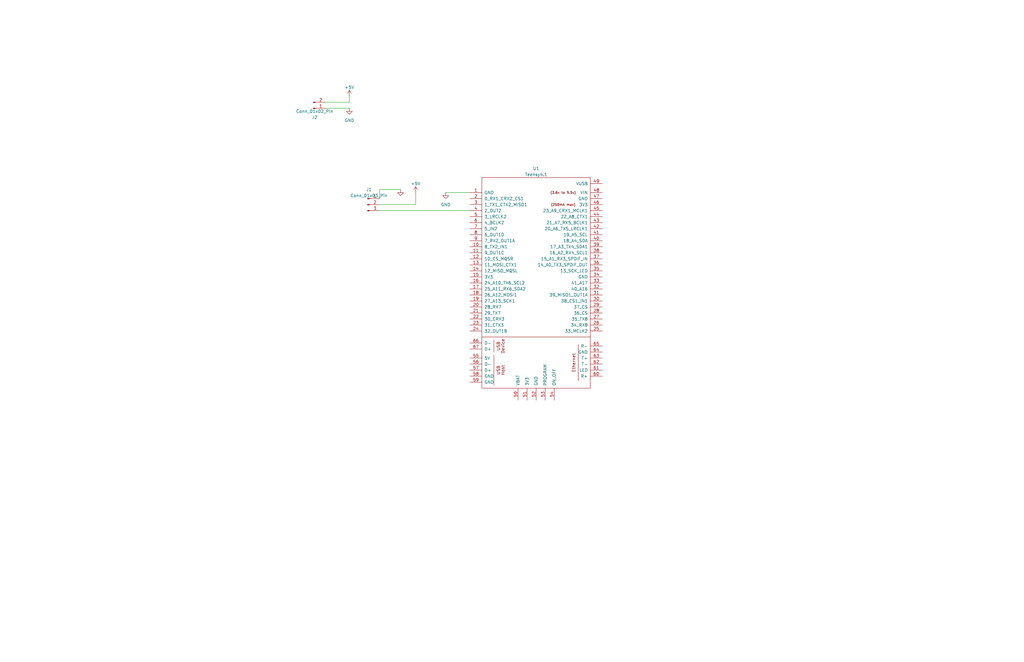
<source format=kicad_sch>
(kicad_sch (version 20230121) (generator eeschema)
  (paper "B")
  (lib_symbols
    (symbol "Connector:Conn_01x02_Pin" (pin_names (offset 1.016) hide)
      (property "Reference" "J" (at 0 2.54 0))
      (property "Value" "Conn_01x02_Pin" (at 0 -5.08 0))
      (symbol "Conn_01x02_Pin_1_1"
        (polyline (pts (xy 1.27 -2.54) (xy 0.8636 -2.54)) (stroke (width 0.1524)))
        (polyline (pts (xy 1.27 0) (xy 0.8636 0)) (stroke (width 0.1524)))
        (rectangle (start 0.8636 -2.413) (end 0 -2.667) (stroke (width 0.1524)) (fill (type outline)))
        (rectangle (start 0.8636 0.127) (end 0 -0.127) (stroke (width 0.1524)) (fill (type outline)))
        (pin passive line (at 5.08 0 180) (length 3.81) (name "Pin_1") (number "1"))
        (pin passive line (at 5.08 -2.54 180) (length 3.81) (name "Pin_2") (number "2"))
      )
    )
    (symbol "Connector:Conn_01x03_Pin" (pin_names (offset 1.016) hide)
      (property "Reference" "J" (at 0 5.08 0))
      (property "Value" "Conn_01x03_Pin" (at 0 -5.08 0))
      (symbol "Conn_01x03_Pin_1_1"
        (polyline (pts (xy 1.27 -2.54) (xy 0.8636 -2.54)) (stroke (width 0.1524)))
        (polyline (pts (xy 1.27 0) (xy 0.8636 0)) (stroke (width 0.1524)))
        (polyline (pts (xy 1.27 2.54) (xy 0.8636 2.54)) (stroke (width 0.1524)))
        (rectangle (start 0.8636 -2.413) (end 0 -2.667) (stroke (width 0.1524)) (fill (type outline)))
        (rectangle (start 0.8636 0.127) (end 0 -0.127) (stroke (width 0.1524)) (fill (type outline)))
        (rectangle (start 0.8636 2.667) (end 0 2.413) (stroke (width 0.1524)) (fill (type outline)))
        (pin passive line (at 5.08 2.54 180) (length 3.81) (name "Pin_1") (number "1"))
        (pin passive line (at 5.08 0 180) (length 3.81) (name "Pin_2") (number "2"))
        (pin passive line (at 5.08 -2.54 180) (length 3.81) (name "Pin_3") (number "3"))
      )
    )
    (symbol "Personal:Teensy4.1" (pin_names (offset 1.016))
      (property "Reference" "U" (at 0 64.77 0))
      (property "Value" "Teensy4.1" (at 0 62.23 0))
      (symbol "Teensy4.1_0_0"
        (polyline (pts (xy -22.86 -6.35) (xy 22.86 -6.35)))
        (polyline (pts (xy -17.78 -26.67) (xy -17.78 -13.97)))
        (polyline (pts (xy -17.78 -7.62) (xy -17.78 -12.7)))
        (polyline (pts (xy 17.78 -9.525) (xy 17.78 -24.765)))
        (text "(250mA max)" (at 11.43 49.53 0) (effects (font (size 1.016 1.016))))
        (text "(3.6v to 5.5v)" (at 11.43 54.61 0) (effects (font (size 1.016 1.016))))
        (text "Device" (at -13.97 -10.16 900) (effects (font (size 1.27 1.27))))
        (text "Ethernet" (at 15.875 -17.145 900) (effects (font (size 1.27 1.27))))
        (text "Host" (at -13.97 -20.32 900) (effects (font (size 1.27 1.27))))
        (text "USB" (at -15.875 -20.32 900) (effects (font (size 1.27 1.27))))
        (text "USB" (at -15.875 -10.16 900) (effects (font (size 1.27 1.27))))
        (pin bidirectional line (at -27.94 31.75 0) (length 5.08) (name "8_TX2_IN1") (number "10"))
        (pin bidirectional line (at -27.94 29.21 0) (length 5.08) (name "9_OUT1C") (number "11"))
        (pin bidirectional line (at -27.94 26.67 0) (length 5.08) (name "10_CS_MQSR") (number "12"))
        (pin bidirectional line (at -27.94 24.13 0) (length 5.08) (name "11_MOSI_CTX1") (number "13"))
        (pin bidirectional line (at -27.94 21.59 0) (length 5.08) (name "12_MISO_MQSL") (number "14"))
        (pin power_in line (at -27.94 19.05 0) (length 5.08) (name "3V3") (number "15"))
        (pin bidirectional line (at -27.94 16.51 0) (length 5.08) (name "24_A10_TX6_SCL2") (number "16"))
        (pin bidirectional line (at -27.94 13.97 0) (length 5.08) (name "25_A11_RX6_SDA2") (number "17"))
        (pin bidirectional line (at -27.94 11.43 0) (length 5.08) (name "26_A12_MOSI1") (number "18"))
        (pin bidirectional line (at -27.94 8.89 0) (length 5.08) (name "27_A13_SCK1") (number "19"))
        (pin bidirectional line (at -27.94 6.35 0) (length 5.08) (name "28_RX7") (number "20"))
        (pin bidirectional line (at -27.94 3.81 0) (length 5.08) (name "29_TX7") (number "21"))
        (pin bidirectional line (at -27.94 1.27 0) (length 5.08) (name "30_CRX3") (number "22"))
        (pin bidirectional line (at -27.94 -1.27 0) (length 5.08) (name "31_CTX3") (number "23"))
        (pin bidirectional line (at -27.94 -3.81 0) (length 5.08) (name "32_OUT1B") (number "24"))
        (pin bidirectional line (at 27.94 -3.81 180) (length 5.08) (name "33_MCLK2") (number "25"))
        (pin bidirectional line (at 27.94 -1.27 180) (length 5.08) (name "34_RX8") (number "26"))
        (pin bidirectional line (at 27.94 1.27 180) (length 5.08) (name "35_TX8") (number "27"))
        (pin bidirectional line (at 27.94 3.81 180) (length 5.08) (name "36_CS") (number "28"))
        (pin bidirectional line (at 27.94 6.35 180) (length 5.08) (name "37_CS") (number "29"))
        (pin bidirectional line (at 27.94 8.89 180) (length 5.08) (name "38_CS1_IN1") (number "30"))
        (pin bidirectional line (at 27.94 11.43 180) (length 5.08) (name "39_MISO1_OUT1A") (number "31"))
        (pin bidirectional line (at 27.94 13.97 180) (length 5.08) (name "40_A16") (number "32"))
        (pin bidirectional line (at 27.94 16.51 180) (length 5.08) (name "41_A17") (number "33"))
        (pin bidirectional line (at 27.94 21.59 180) (length 5.08) (name "13_SCK_LED") (number "35"))
        (pin bidirectional line (at 27.94 24.13 180) (length 5.08) (name "14_A0_TX3_SPDIF_OUT") (number "36"))
        (pin bidirectional line (at 27.94 26.67 180) (length 5.08) (name "15_A1_RX3_SPDIF_IN") (number "37"))
        (pin bidirectional line (at 27.94 29.21 180) (length 5.08) (name "16_A2_RX4_SCL1") (number "38"))
        (pin bidirectional line (at 27.94 31.75 180) (length 5.08) (name "17_A3_TX4_SDA1") (number "39"))
        (pin bidirectional line (at 27.94 34.29 180) (length 5.08) (name "18_A4_SDA") (number "40"))
        (pin bidirectional line (at 27.94 36.83 180) (length 5.08) (name "19_A5_SCL") (number "41"))
        (pin bidirectional line (at 27.94 39.37 180) (length 5.08) (name "20_A6_TX5_LRCLK1") (number "42"))
        (pin bidirectional line (at 27.94 41.91 180) (length 5.08) (name "21_A7_RX5_BCLK1") (number "43"))
        (pin bidirectional line (at 27.94 44.45 180) (length 5.08) (name "22_A8_CTX1") (number "44"))
        (pin bidirectional line (at 27.94 46.99 180) (length 5.08) (name "23_A9_CRX1_MCLK1") (number "45"))
        (pin output line (at 27.94 49.53 180) (length 5.08) (name "3V3") (number "46"))
        (pin output line (at 27.94 52.07 180) (length 5.08) (name "GND") (number "47"))
        (pin power_in line (at 27.94 54.61 180) (length 5.08) (name "VIN") (number "48"))
        (pin power_out line (at 27.94 58.42 180) (length 5.08) (name "VUSB") (number "49"))
        (pin bidirectional line (at -27.94 44.45 0) (length 5.08) (name "3_LRCLK2") (number "5"))
        (pin power_in line (at -7.62 -33.02 90) (length 5.08) (name "VBAT") (number "50"))
        (pin power_in line (at -3.81 -33.02 90) (length 5.08) (name "3V3") (number "51"))
        (pin input line (at 0 -33.02 90) (length 5.08) (name "GND") (number "52"))
        (pin input line (at 3.81 -33.02 90) (length 5.08) (name "PROGRAM") (number "53"))
        (pin input line (at 7.62 -33.02 90) (length 5.08) (name "ON_OFF") (number "54"))
        (pin power_out line (at -27.94 -15.24 0) (length 5.08) (name "5V") (number "55"))
        (pin bidirectional line (at -27.94 -17.78 0) (length 5.08) (name "D-") (number "56"))
        (pin bidirectional line (at -27.94 -20.32 0) (length 5.08) (name "D+") (number "57"))
        (pin power_in line (at -27.94 -22.86 0) (length 5.08) (name "GND") (number "58"))
        (pin power_in line (at -27.94 -25.4 0) (length 5.08) (name "GND") (number "59"))
        (pin bidirectional line (at -27.94 41.91 0) (length 5.08) (name "4_BCLK2") (number "6"))
        (pin bidirectional line (at 27.94 -22.86 180) (length 5.08) (name "R+") (number "60"))
        (pin bidirectional line (at 27.94 -20.32 180) (length 5.08) (name "LED") (number "61"))
        (pin bidirectional line (at 27.94 -17.78 180) (length 5.08) (name "T-") (number "62"))
        (pin bidirectional line (at 27.94 -15.24 180) (length 5.08) (name "T+") (number "63"))
        (pin power_in line (at 27.94 -12.7 180) (length 5.08) (name "GND") (number "64"))
        (pin bidirectional line (at 27.94 -10.16 180) (length 5.08) (name "R-") (number "65"))
        (pin bidirectional line (at -27.94 -8.89 0) (length 5.08) (name "D-") (number "66"))
        (pin bidirectional line (at -27.94 -11.43 0) (length 5.08) (name "D+") (number "67"))
        (pin bidirectional line (at -27.94 39.37 0) (length 5.08) (name "5_IN2") (number "7"))
        (pin bidirectional line (at -27.94 36.83 0) (length 5.08) (name "6_OUT1D") (number "8"))
        (pin bidirectional line (at -27.94 34.29 0) (length 5.08) (name "7_RX2_OUT1A") (number "9"))
      )
      (symbol "Teensy4.1_0_1"
        (rectangle (start -22.86 60.96) (end 22.86 -27.94))
        (rectangle (start -20.32 -1.27) (end -20.32 -1.27))
      )
      (symbol "Teensy4.1_1_1"
        (pin power_in line (at -27.94 54.61 0) (length 5.08) (name "GND") (number "1"))
        (pin bidirectional line (at -27.94 52.07 0) (length 5.08) (name "0_RX1_CRX2_CS1") (number "2"))
        (pin bidirectional line (at -27.94 49.53 0) (length 5.08) (name "1_TX1_CTX2_MISO1") (number "3"))
        (pin power_in line (at 27.94 19.05 180) (length 5.08) (name "GND") (number "34"))
        (pin bidirectional line (at -27.94 46.99 0) (length 5.08) (name "2_OUT2") (number "4"))
      )
    )
    (symbol "power:+5V" (power) (pin_names (offset 0))
      (property "Value" "+5V" (at 0 3.556 0))
      (symbol "+5V_0_1"
        (polyline (pts (xy -0.762 1.27) (xy 0 2.54)))
        (polyline (pts (xy 0 0) (xy 0 2.54)))
        (polyline (pts (xy 0 2.54) (xy 0.762 1.27)))
      )
      (symbol "+5V_1_1"
        (pin power_in line (at 0 0 90) (length 0) hide (name "+5V") (number "1"))
      )
    )
    (symbol "power:GND" (power) (pin_names (offset 0))
      (property "Value" "GND" (at 0 -3.81 0))
      (symbol "GND_0_1"
        (polyline (pts (xy 0 0) (xy 0 -1.27) (xy 1.27 -1.27) (xy 0 -2.54) (xy -1.27 -1.27) (xy 0 -1.27)))
      )
      (symbol "GND_1_1"
        (pin power_in line (at 0 0 270) (length 0) hide (name "GND") (number "1"))
      )
    )
  )
  (wire (pts (xy 160.02 86.36) (xy 175.26 86.36)))
  (wire (pts (xy 147.32 43.18) (xy 147.32 40.64)))
  (wire (pts (xy 160.02 83.82) (xy 160.02 80.01)))
  (wire (pts (xy 175.26 86.36) (xy 175.26 81.28)))
  (wire (pts (xy 160.02 88.9) (xy 198.12 88.9)))
  (wire (pts (xy 160.02 80.01) (xy 168.91 80.01)))
  (wire (pts (xy 137.16 43.18) (xy 147.32 43.18)))
  (wire (pts (xy 187.96 81.28) (xy 198.12 81.28)))
  (wire (pts (xy 137.16 45.72) (xy 147.32 45.72)))
  (symbol (lib_id "power:GND") (at 168.91 80.01 0) (unit 1)
    (property "Reference" "#PWR01" (effects hide))
    (property "Value" "GND" (effects hide))
  )
  (symbol (lib_id "Personal:Teensy4.1") (at 226.06 135.89 0) (unit 1)
    (property "Reference" "U1" (at 226.06 71.12 0))
    (property "Value" "Teensy4.1" (at 226.06 73.66 0))
    (property "Footprint" "teensy:Teensy41" (effects hide))
  )
  (symbol (lib_id "power:GND") (at 147.32 45.72 0) (unit 1)
    (property "Reference" "#PWR03" (effects hide))
    (property "Value" "GND" (at 147.32 50.8 0))
  )
  (symbol (lib_id "Connector:Conn_01x03_Pin") (at 154.94 86.36 0) (unit 1)
    (property "Reference" "J1" (at 155.575 80.01 0))
    (property "Value" "Conn_01x03_Pin" (at 155.575 82.55 0))
    (property "Footprint" "Connector_PinHeader_2.54mm:PinHeader_1x03_P2.54mm_Horizontal" (effects hide))
  )
  (symbol (lib_id "power:+5V") (at 175.26 81.28 0) (unit 1)
    (property "Reference" "#PWR04" (effects hide))
    (property "Value" "+5V" (at 175.26 77.47 0))
  )
  (symbol (lib_id "power:+5V") (at 147.32 40.64 0) (unit 1)
    (property "Reference" "#PWR02" (effects hide))
    (property "Value" "+5V" (at 147.32 36.83 0))
  )
  (symbol (lib_id "power:GND") (at 187.96 81.28 0) (unit 1)
    (property "Reference" "#PWR05" (effects hide))
    (property "Value" "GND" (at 187.96 86.36 0))
  )
  (symbol (lib_id "Connector:Conn_01x02_Pin") (at 132.08 45.72 0) (mirror x) (unit 1)
    (property "Reference" "J2" (at 132.715 49.53 0))
    (property "Value" "Conn_01x02_Pin" (at 132.715 46.99 0))
    (property "Footprint" "Connector_PinHeader_2.54mm:PinHeader_1x02_P2.54mm_Horizontal" (effects hide))
  )
)
</source>
